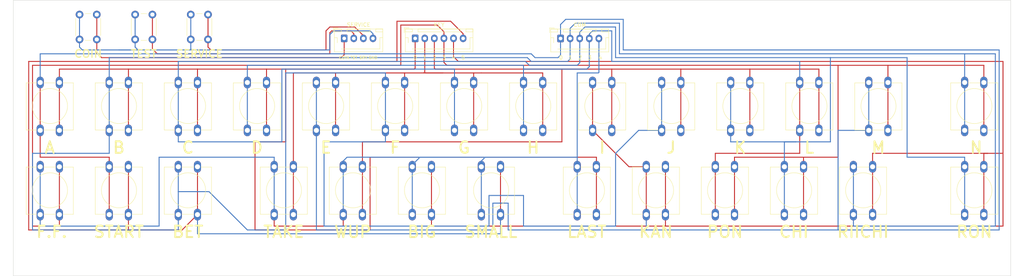
<source format=kicad_pcb>
(kicad_pcb (version 20211014) (generator pcbnew)
  (layers (0 "F.Cu" signal) (31 "B.Cu" signal) (34 "B.Paste" user) (35 "F.Paste" user) (36 "B.SilkS" user "B.Silkscreen") (37 "F.SilkS" user "F.Silkscreen") (38 "B.Mask" user) (39 "F.Mask" user) (44 "Edge.Cuts" user))
  (net 0 "")
  (net 1 "Coin")
  (net 2 "Test")
  (net 3 "GND")
  (net 4 "KEY5-1")
  (net 5 "KEY4-11")
  (net 6 "KEY3-9")
  (net 7 "KEY2-8")
  (net 8 "KEY1-5")
  (net 9 "KEY0-4")
  (net 10 "COM4-7")
  (net 11 "COM3-10")
  (net 12 "COM2-6")
  (net 13 "COM1-2")
  (net 14 "COM0-3")
  (net 15 "Service")
  (footprint "Button_Switch_THT:SW_PUSH-12mm" (layer "F.Cu") (at 153 55 90)
    (fp_text reference "H" (at -4.5 2.5 180) (layer "F.SilkS") (effects (font (size 3 3) (thickness 0.5))))
    (fp_text value "SW_H")
    (pad "1" thru_hole oval (at 12.5 0 90) (size 3.048 1.85) (drill 1.3) (layers *.Cu *.Mask) (net 11 "COM3-10"))
    (pad "1" thru_hole oval (at 0 0 90) (size 3.048 1.85) (drill 1.3) (layers *.Cu *.Mask) (net 11 "COM3-10"))
    (pad "2" thru_hole oval (at 0 5 90) (size 3.048 1.85) (drill 1.3) (layers *.Cu *.Mask) (net 8 "KEY1-5"))
    (pad "2" thru_hole oval (at 12.5 5 90) (size 3.048 1.85) (drill 1.3) (layers *.Cu *.Mask) (net 8 "KEY1-5"))
  )
  (footprint "MountingHole:MountingHole_3.2mm_M3" (layer "F.Cu") (at 26 87)
    (fp_text reference "REF**" hide)
    (fp_text value "MountingHole_3.2mm_M3")
    (pad "" np_thru_hole circle (at 0 0) (size 3.2 3.2) (drill 3.2) (layers *.Cu *.Mask))
  )
  (footprint "MountingHole:MountingHole_3.2mm_M3" (layer "F.Cu") (at 150 27)
    (fp_text reference "REF**" hide)
    (fp_text value "MountingHole_3.2mm_M3")
    (pad "" np_thru_hole circle (at 0 0) (size 3.2 3.2) (drill 3.2) (layers *.Cu *.Mask))
  )
  (footprint "Button_Switch_THT:SW_PUSH-12mm" (layer "F.Cu") (at 63 55 90)
    (fp_text reference "C" (at -4.5 2.5 180) (layer "F.SilkS") (effects (font (size 3 3) (thickness 0.5))))
    (fp_text value "SW_C")
    (pad "1" thru_hole oval (at 0 0 90) (size 3.048 1.85) (drill 1.3) (layers *.Cu *.Mask) (net 12 "COM2-6"))
    (pad "1" thru_hole oval (at 12.5 0 90) (size 3.048 1.85) (drill 1.3) (layers *.Cu *.Mask) (net 12 "COM2-6"))
    (pad "2" thru_hole oval (at 12.5 5 90) (size 3.048 1.85) (drill 1.3) (layers *.Cu *.Mask) (net 9 "KEY0-4"))
    (pad "2" thru_hole oval (at 0 5 90) (size 3.048 1.85) (drill 1.3) (layers *.Cu *.Mask) (net 9 "KEY0-4"))
  )
  (footprint "Button_Switch_THT:SW_PUSH-12mm" (layer "F.Cu") (at 171 55 90)
    (fp_text reference "I" (at -4.5 2.5 180) (layer "F.SilkS") (effects (font (size 3 3) (thickness 0.5))))
    (fp_text value "SW_I")
    (pad "1" thru_hole oval (at 0 0 90) (size 3.048 1.85) (drill 1.3) (layers *.Cu *.Mask) (net 14 "COM0-3"))
    (pad "1" thru_hole oval (at 12.5 0 90) (size 3.048 1.85) (drill 1.3) (layers *.Cu *.Mask) (net 14 "COM0-3"))
    (pad "2" thru_hole oval (at 0 5 90) (size 3.048 1.85) (drill 1.3) (layers *.Cu *.Mask) (net 7 "KEY2-8"))
    (pad "2" thru_hole oval (at 12.5 5 90) (size 3.048 1.85) (drill 1.3) (layers *.Cu *.Mask) (net 7 "KEY2-8"))
  )
  (footprint "Button_Switch_THT:SW_PUSH-12mm" (layer "F.Cu") (at 239 77 90)
    (fp_text reference "RIICHI" (at -4.5 2.5 180) (layer "F.SilkS") (effects (font (size 3 3) (thickness 0.5))))
    (fp_text value "SW_REACH")
    (pad "1" thru_hole oval (at 0 0 90) (size 3.048 1.85) (drill 1.3) (layers *.Cu *.Mask) (net 13 "COM1-2"))
    (pad "1" thru_hole oval (at 12.5 0 90) (size 3.048 1.85) (drill 1.3) (layers *.Cu *.Mask) (net 13 "COM1-2"))
    (pad "2" thru_hole oval (at 0 5 90) (size 3.048 1.85) (drill 1.3) (layers *.Cu *.Mask) (net 5 "KEY4-11"))
    (pad "2" thru_hole oval (at 12.5 5 90) (size 3.048 1.85) (drill 1.3) (layers *.Cu *.Mask) (net 5 "KEY4-11"))
  )
  (footprint "Button_Switch_THT:SW_PUSH-12mm" (layer "F.Cu") (at 268 77 90)
    (fp_text reference "RON" (at -4.5 2.5 180) (layer "F.SilkS") (effects (font (size 3 3) (thickness 0.5))))
    (fp_text value "SW_RON")
    (pad "1" thru_hole oval (at 12.5 0 90) (size 3.048 1.85) (drill 1.3) (layers *.Cu *.Mask) (net 12 "COM2-6"))
    (pad "1" thru_hole oval (at 0 0 90) (size 3.048 1.85) (drill 1.3) (layers *.Cu *.Mask) (net 12 "COM2-6"))
    (pad "2" thru_hole oval (at 0 5 90) (size 3.048 1.85) (drill 1.3) (layers *.Cu *.Mask) (net 5 "KEY4-11"))
    (pad "2" thru_hole oval (at 12.5 5 90) (size 3.048 1.85) (drill 1.3) (layers *.Cu *.Mask) (net 5 "KEY4-11"))
  )
  (footprint "Button_Switch_THT:SW_PUSH-12mm" (layer "F.Cu") (at 185 77 90)
    (fp_text reference "KAN" (at -4.5 2.5 180) (layer "F.SilkS") (effects (font (size 3 3) (thickness 0.5))))
    (fp_text value "SW_KAN")
    (pad "1" thru_hole oval (at 0 0 90) (size 3.048 1.85) (drill 1.3) (layers *.Cu *.Mask) (net 14 "COM0-3"))
    (pad "1" thru_hole oval (at 12.5 0 90) (size 3.048 1.85) (drill 1.3) (layers *.Cu *.Mask) (net 14 "COM0-3"))
    (pad "2" thru_hole oval (at 12.5 5 90) (size 3.048 1.85) (drill 1.3) (layers *.Cu *.Mask) (net 5 "KEY4-11"))
    (pad "2" thru_hole oval (at 0 5 90) (size 3.048 1.85) (drill 1.3) (layers *.Cu *.Mask) (net 5 "KEY4-11"))
  )
  (footprint "MountingHole:MountingHole_3.2mm_M3" (layer "F.Cu") (at 274 27)
    (fp_text reference "REF**" hide)
    (fp_text value "MountingHole_3.2mm_M3")
    (pad "" np_thru_hole circle (at 0 0) (size 3.2 3.2) (drill 3.2) (layers *.Cu *.Mask))
  )
  (footprint "MountingHole:MountingHole_3.2mm_M3" (layer "F.Cu") (at 88 87)
    (fp_text reference "REF**" hide)
    (fp_text value "MountingHole_3.2mm_M3")
    (pad "" np_thru_hole circle (at 0 0) (size 3.2 3.2) (drill 3.2) (layers *.Cu *.Mask))
  )
  (footprint "Button_Switch_THT:SW_PUSH-12mm" (layer "F.Cu") (at 167 77 90)
    (fp_text reference "LAST" (at -4.5 2.5 180) (layer "F.SilkS") (effects (font (size 3 3) (thickness 0.5))))
    (fp_text value "SW_LAST")
    (pad "1" thru_hole oval (at 12.5 0 90) (size 3.048 1.85) (drill 1.3) (layers *.Cu *.Mask) (net 10 "COM4-7"))
    (pad "1" thru_hole oval (at 0 0 90) (size 3.048 1.85) (drill 1.3) (layers *.Cu *.Mask) (net 10 "COM4-7"))
    (pad "2" thru_hole oval (at 12.5 5 90) (size 3.048 1.85) (drill 1.3) (layers *.Cu *.Mask) (net 9 "KEY0-4"))
    (pad "2" thru_hole oval (at 0 5 90) (size 3.048 1.85) (drill 1.3) (layers *.Cu *.Mask) (net 9 "KEY0-4"))
  )
  (footprint "Button_Switch_THT:SW_PUSH-12mm" (layer "F.Cu") (at 81 55 90)
    (fp_text reference "D" (at -4.5 2.5 180) (layer "F.SilkS") (effects (font (size 3 3) (thickness 0.5))))
    (fp_text value "SW_D")
    (pad "1" thru_hole oval (at 0 0 90) (size 3.048 1.85) (drill 1.3) (layers *.Cu *.Mask) (net 11 "COM3-10"))
    (pad "1" thru_hole oval (at 12.5 0 90) (size 3.048 1.85) (drill 1.3) (layers *.Cu *.Mask) (net 11 "COM3-10"))
    (pad "2" thru_hole oval (at 0 5 90) (size 3.048 1.85) (drill 1.3) (layers *.Cu *.Mask) (net 9 "KEY0-4"))
    (pad "2" thru_hole oval (at 12.5 5 90) (size 3.048 1.85) (drill 1.3) (layers *.Cu *.Mask) (net 9 "KEY0-4"))
  )
  (footprint "Button_Switch_THT:SW_PUSH_6mm_H7.3mm" (layer "F.Cu") (at 51.75 31.25 90)
    (fp_text reference "TEST" (at -3.75 2.25 180) (layer "F.SilkS") (effects (font (size 2 2) (thickness 0.33))))
    (fp_text value "SW_TEST")
    (pad "1" thru_hole circle (at 0 0 180) (size 2 2) (drill 1.1) (layers *.Cu *.Mask) (net 3 "GND"))
    (pad "1" thru_hole circle (at 6.5 0 180) (size 2 2) (drill 1.1) (layers *.Cu *.Mask) (net 3 "GND"))
    (pad "2" thru_hole circle (at 6.5 4.5 180) (size 2 2) (drill 1.1) (layers *.Cu *.Mask) (net 2 "Test"))
    (pad "2" thru_hole circle (at 0 4.5 180) (size 2 2) (drill 1.1) (layers *.Cu *.Mask) (net 2 "Test"))
  )
  (footprint "Button_Switch_THT:SW_PUSH-12mm" (layer "F.Cu") (at 207 55 90)
    (fp_text reference "K" (at -4.5 2.5 180) (layer "F.SilkS") (effects (font (size 3 3) (thickness 0.5))))
    (fp_text value "SW_K")
    (pad "1" thru_hole oval (at 0 0 90) (size 3.048 1.85) (drill 1.3) (layers *.Cu *.Mask) (net 12 "COM2-6"))
    (pad "1" thru_hole oval (at 12.5 0 90) (size 3.048 1.85) (drill 1.3) (layers *.Cu *.Mask) (net 12 "COM2-6"))
    (pad "2" thru_hole oval (at 0 5 90) (size 3.048 1.85) (drill 1.3) (layers *.Cu *.Mask) (net 7 "KEY2-8"))
    (pad "2" thru_hole oval (at 12.5 5 90) (size 3.048 1.85) (drill 1.3) (layers *.Cu *.Mask) (net 7 "KEY2-8"))
  )
  (footprint "Button_Switch_THT:SW_PUSH-12mm" (layer "F.Cu") (at 203 77 90)
    (fp_text reference "PON" (at -4.5 2.5 180) (layer "F.SilkS") (effects (font (size 3 3) (thickness 0.5))))
    (fp_text value "SW_PON")
    (pad "1" thru_hole oval (at 0 0 90) (size 3.048 1.85) (drill 1.3) (layers *.Cu *.Mask) (net 11 "COM3-10"))
    (pad "1" thru_hole oval (at 12.5 0 90) (size 3.048 1.85) (drill 1.3) (layers *.Cu *.Mask) (net 11 "COM3-10"))
    (pad "2" thru_hole oval (at 0 5 90) (size 3.048 1.85) (drill 1.3) (layers *.Cu *.Mask) (net 6 "KEY3-9"))
    (pad "2" thru_hole oval (at 12.5 5 90) (size 3.048 1.85) (drill 1.3) (layers *.Cu *.Mask) (net 6 "KEY3-9"))
  )
  (footprint "Button_Switch_THT:SW_PUSH-12mm" (layer "F.Cu") (at 124 77 90)
    (fp_text reference "BIG" (at -4.5 2.5 180) (layer "F.SilkS") (effects (font (size 3 3) (thickness 0.5))))
    (fp_text value "SW_BIG")
    (pad "1" thru_hole oval (at 12.5 0 90) (size 3.048 1.85) (drill 1.3) (layers *.Cu *.Mask) (net 10 "COM4-7"))
    (pad "1" thru_hole oval (at 0 0 90) (size 3.048 1.85) (drill 1.3) (layers *.Cu *.Mask) (net 10 "COM4-7"))
    (pad "2" thru_hole oval (at 0 5 90) (size 3.048 1.85) (drill 1.3) (layers *.Cu *.Mask) (net 5 "KEY4-11"))
    (pad "2" thru_hole oval (at 12.5 5 90) (size 3.048 1.85) (drill 1.3) (layers *.Cu *.Mask) (net 5 "KEY4-11"))
  )
  (footprint "Button_Switch_THT:SW_PUSH-12mm" (layer "F.Cu") (at 268 55 90)
    (fp_text reference "N" (at -4.5 3 180) (layer "F.SilkS") (effects (font (size 3 3) (thickness 0.5))))
    (fp_text value "SW_N")
    (pad "1" thru_hole oval (at 12.5 0 90) (size 3.048 1.85) (drill 1.3) (layers *.Cu *.Mask) (net 13 "COM1-2"))
    (pad "1" thru_hole oval (at 0 0 90) (size 3.048 1.85) (drill 1.3) (layers *.Cu *.Mask) (net 13 "COM1-2"))
    (pad "2" thru_hole oval (at 12.5 5 90) (size 3.048 1.85) (drill 1.3) (layers *.Cu *.Mask) (net 6 "KEY3-9"))
    (pad "2" thru_hole oval (at 0 5 90) (size 3.048 1.85) (drill 1.3) (layers *.Cu *.Mask) (net 6 "KEY3-9"))
  )
  (footprint "Button_Switch_THT:SW_PUSH-12mm" (layer "F.Cu") (at 117 55 90)
    (fp_text reference "F" (at -4.5 2.5 180) (layer "F.SilkS") (effects (font (size 3 3) (thickness 0.5))))
    (fp_text value "SW_F")
    (pad "1" thru_hole oval (at 12.5 0 90) (size 3.048 1.85) (drill 1.3) (layers *.Cu *.Mask) (net 13 "COM1-2"))
    (pad "1" thru_hole oval (at 0 0 90) (size 3.048 1.85) (drill 1.3) (layers *.Cu *.Mask) (net 13 "COM1-2"))
    (pad "2" thru_hole oval (at 0 5 90) (size 3.048 1.85) (drill 1.3) (layers *.Cu *.Mask) (net 8 "KEY1-5"))
    (pad "2" thru_hole oval (at 12.5 5 90) (size 3.048 1.85) (drill 1.3) (layers *.Cu *.Mask) (net 8 "KEY1-5"))
  )
  (footprint "Button_Switch_THT:SW_PUSH-12mm" (layer "F.Cu") (at 88 77 90)
    (fp_text reference "TAKE" (at -4.5 2.5 180) (layer "F.SilkS") (effects (font (size 3 3) (thickness 0.5))))
    (fp_text value "SW_TAKE")
    (pad "1" thru_hole oval (at 12.5 0 90) (size 3.048 1.85) (drill 1.3) (layers *.Cu *.Mask) (net 10 "COM4-7"))
    (pad "1" thru_hole oval (at 0 0 90) (size 3.048 1.85) (drill 1.3) (layers *.Cu *.Mask) (net 10 "COM4-7"))
    (pad "2" thru_hole oval (at 0 5 90) (size 3.048 1.85) (drill 1.3) (layers *.Cu *.Mask) (net 8 "KEY1-5"))
    (pad "2" thru_hole oval (at 12.5 5 90) (size 3.048 1.85) (drill 1.3) (layers *.Cu *.Mask) (net 8 "KEY1-5"))
  )
  (footprint "Connector_JST:JST_XH_B4B-XH-AM_1x04_P2.50mm_Vertical" (layer "F.Cu") (at 106.25 30.975)
    (fp_text reference "SERVICE" (at 3.75 -3.55) (layer "F.SilkS"))
    (fp_text value "Conn_01x04")
    (pad "" np_thru_hole circle (at -1.6 2) (size 1.2 1.2) (drill 1.2) (layers *.Cu *.Mask))
    (pad "1" thru_hole roundrect (at 0 0) (size 1.7 1.95) (drill 0.95) (layers *.Cu *.Mask) (roundrect_rratio 0.147059) (net 1 "Coin"))
    (pad "2" thru_hole oval (at 2.5 0) (size 1.7 1.95) (drill 0.95) (layers *.Cu *.Mask) (net 2 "Test"))
    (pad "3" thru_hole oval (at 5 0) (size 1.7 1.95) (drill 0.95) (layers *.Cu *.Mask) (net 15 "Service"))
    (pad "4" thru_hole oval (at 7.5 0) (size 1.7 1.95) (drill 0.95) (layers *.Cu *.Mask) (net 3 "GND"))
  )
  (footprint "Button_Switch_THT:SW_PUSH-12mm" (layer "F.Cu") (at 135 55 90)
    (fp_text reference "G" (at -4.5 2.5 180) (layer "F.SilkS") (effects (font (size 3 3) (thickness 0.5))))
    (fp_text value "SW_G")
    (pad "1" thru_hole oval (at 12.5 0 90) (size 3.048 1.85) (drill 1.3) (layers *.Cu *.Mask) (net 12 "COM2-6"))
    (pad "1" thru_hole oval (at 0 0 90) (size 3.048 1.85) (drill 1.3) (layers *.Cu *.Mask) (net 12 "COM2-6"))
    (pad "2" thru_hole oval (at 0 5 90) (size 3.048 1.85) (drill 1.3) (layers *.Cu *.Mask) (net 8 "KEY1-5"))
    (pad "2" thru_hole oval (at 12.5 5 90) (size 3.048 1.85) (drill 1.3) (layers *.Cu *.Mask) (net 8 "KEY1-5"))
  )
  (footprint "MountingHole:MountingHole_3.2mm_M3" (layer "F.Cu") (at 88 27)
    (fp_text reference "REF**" hide)
    (fp_text value "MountingHole_3.2mm_M3")
    (pad "" np_thru_hole circle (at 0 0) (size 3.2 3.2) (drill 3.2) (layers *.Cu *.Mask))
  )
  (footprint "Button_Switch_THT:SW_PUSH-12mm" (layer "F.Cu") (at 63 77 90)
    (fp_text reference "BET" (at -4.5 2.5 180) (layer "F.SilkS") (effects (font (size 3 3) (thickness 0.5))))
    (fp_text value "SW_BET")
    (pad "1" thru_hole oval (at 12.5 0 90) (size 3.048 1.85) (drill 1.3) (layers *.Cu *.Mask) (net 13 "COM1-2"))
    (pad "1" thru_hole oval (at 0 0 90) (size 3.048 1.85) (drill 1.3) (layers *.Cu *.Mask) (net 13 "COM1-2"))
    (pad "2" thru_hole oval (at 12.5 5 90) (size 3.048 1.85) (drill 1.3) (layers *.Cu *.Mask) (net 4 "KEY5-1"))
    (pad "2" thru_hole oval (at 0 5 90) (size 3.048 1.85) (drill 1.3) (layers *.Cu *.Mask) (net 4 "KEY5-1"))
  )
  (footprint "MountingHole:MountingHole_3.2mm_M3" (layer "F.Cu") (at 212 27)
    (fp_text reference "REF**" hide)
    (fp_text value "MountingHole_3.2mm_M3")
    (pad "" np_thru_hole circle (at 0 0) (size 3.2 3.2) (drill 3.2) (layers *.Cu *.Mask))
  )
  (footprint "MountingHole:MountingHole_3.2mm_M3" (layer "F.Cu") (at 274 87)
    (fp_text reference "REF**" hide)
    (fp_text value "MountingHole_3.2mm_M3")
    (pad "" np_thru_hole circle (at 0 0) (size 3.2 3.2) (drill 3.2) (layers *.Cu *.Mask))
  )
  (footprint "Connector_JST:JST_XH_B6B-XH-AM_1x06_P2.50mm_Vertical" (layer "F.Cu") (at 124.75 30.975)
    (fp_text reference "KEY" (at 6.25 -3.55) (layer "F.SilkS"))
    (fp_text value "Conn_01x06")
    (pad "" np_thru_hole circle (at -1.6 2) (size 1.2 1.2) (drill 1.2) (layers *.Cu *.Mask))
    (pad "1" thru_hole roundrect (at 0 0) (size 1.7 1.95) (drill 0.95) (layers *.Cu *.Mask) (roundrect_rratio 0.147059) (net 9 "KEY0-4"))
    (pad "2" thru_hole oval (at 2.5 0) (size 1.7 1.95) (drill 0.95) (layers *.Cu *.Mask) (net 8 "KEY1-5"))
    (pad "3" thru_hole oval (at 5 0) (size 1.7 1.95) (drill 0.95) (layers *.Cu *.Mask) (net 7 "KEY2-8"))
    (pad "4" thru_hole oval (at 7.5 0) (size 1.7 1.95) (drill 0.95) (layers *.Cu *.Mask) (net 6 "KEY3-9"))
    (pad "5" thru_hole oval (at 10 0) (size 1.7 1.95) (drill 0.95) (layers *.Cu *.Mask) (net 5 "KEY4-11"))
    (pad "6" thru_hole oval (at 12.5 0) (size 1.7 1.95) (drill 0.95) (layers *.Cu *.Mask) (net 4 "KEY5-1"))
  )
  (footprint "Button_Switch_THT:SW_PUSH-12mm" (layer "F.Cu") (at 27 77 90)
    (fp_text reference "F.F." (at -4.5 3 180) (layer "F.SilkS") (effects (font (size 3 3) (thickness 0.5))))
    (fp_text value "SW_F.F.")
    (pad "1" thru_hole oval (at 12.5 0 90) (size 3.048 1.85) (drill 1.3) (layers *.Cu *.Mask) (net 10 "COM4-7"))
    (pad "1" thru_hole oval (at 0 0 90) (size 3.048 1.85) (drill 1.3) (layers *.Cu *.Mask) (net 10 "COM4-7"))
    (pad "2" thru_hole oval (at 12.5 5 90) (size 3.048 1.85) (drill 1.3) (layers *.Cu *.Mask) (net 6 "KEY3-9"))
    (pad "2" thru_hole oval (at 0 5 90) (size 3.048 1.85) (drill 1.3) (layers *.Cu *.Mask) (net 6 "KEY3-9"))
  )
  (footprint "MountingHole:MountingHole_3.2mm_M3" (layer "F.Cu") (at 150 87)
    (fp_text reference "REF**" hide)
    (fp_text value "MountingHole_3.2mm_M3")
    (pad "" np_thru_hole circle (at 0 0) (size 3.2 3.2) (drill 3.2) (layers *.Cu *.Mask))
  )
  (footprint "Button_Switch_THT:SW_PUSH-12mm" (layer "F.Cu") (at 106 77 90)
    (fp_text reference "WUP" (at -4.5 2.5 180) (layer "F.SilkS") (effects (font (size 3 3) (thickness 0.5))))
    (fp_text value "SW_WUP")
    (pad "1" thru_hole oval (at 0 0 90) (size 3.048 1.85) (drill 1.3) (layers *.Cu *.Mask) (net 10 "COM4-7"))
    (pad "1" thru_hole oval (at 12.5 0 90) (size 3.048 1.85) (drill 1.3) (layers *.Cu *.Mask) (net 10 "COM4-7"))
    (pad "2" thru_hole oval (at 0 5 90) (size 3.048 1.85) (drill 1.3) (layers *.Cu *.Mask) (net 7 "KEY2-8"))
    (pad "2" thru_hole oval (at 12.5 5 90) (size 3.048 1.85) (drill 1.3) (layers *.Cu *.Mask) (net 7 "KEY2-8"))
  )
  (footprint "Button_Switch_THT:SW_PUSH-12mm" (layer "F.Cu") (at 45 77 90)
    (fp_text reference "START" (at -4.5 2.5 180) (layer "F.SilkS") (effects (font (size 3 3) (thickness 0.5))))
    (fp_text value "SW_START")
    (pad "1" thru_hole oval (at 0 0 90) (size 3.048 1.85) (drill 1.3) (layers *.Cu *.Mask) (net 14 "COM0-3"))
    (pad "1" thru_hole oval (at 12.5 0 90) (size 3.048 1.85) (drill 1.3) (layers *.Cu *.Mask) (net 14 "COM0-3"))
    (pad "2" thru_hole oval (at 12.5 5 90) (size 3.048 1.85) (drill 1.3) (layers *.Cu *.Mask) (net 4 "KEY5-1"))
    (pad "2" thru_hole oval (at 0 5 90) (size 3.048 1.85) (drill 1.3) (layers *.Cu *.Mask) (net 4 "KEY5-1"))
  )
  (footprint "Button_Switch_THT:SW_PUSH-12mm" (layer "F.Cu") (at 243 55 90)
    (fp_text reference "M" (at -4.5 2.5 180) (layer "F.SilkS") (effects (font (size 3 3) (thickness 0.5))))
    (fp_text value "SW_M")
    (pad "1" thru_hole oval (at 0 0 90) (size 3.048 1.85) (drill 1.3) (layers *.Cu *.Mask) (net 14 "COM0-3"))
    (pad "1" thru_hole oval (at 12.5 0 90) (size 3.048 1.85) (drill 1.3) (layers *.Cu *.Mask) (net 14 "COM0-3"))
    (pad "2" thru_hole oval (at 12.5 5 90) (size 3.048 1.85) (drill 1.3) (layers *.Cu *.Mask) (net 6 "KEY3-9"))
    (pad "2" thru_hole oval (at 0 5 90) (size 3.048 1.85) (drill 1.3) (layers *.Cu *.Mask) (net 6 "KEY3-9"))
  )
  (footprint "MountingHole:MountingHole_3.2mm_M3" (layer "F.Cu") (at 26 27)
    (fp_text reference "REF**" hide)
    (fp_text value "MountingHole_3.2mm_M3")
    (pad "" np_thru_hole circle (at 0 0) (size 3.2 3.2) (drill 3.2) (layers *.Cu *.Mask))
  )
  (footprint "Button_Switch_THT:SW_PUSH_6mm_H7.3mm" (layer "F.Cu") (at 37.25 31.25 90)
    (fp_text reference "COIN" (at -3.75 2.25) (layer "F.SilkS") (effects (font (size 2 2) (thickness 0.33))))
    (fp_text value "SW_COIN")
    (pad "1" thru_hole circle (at 0 0 180) (size 2 2) (drill 1.1) (layers *.Cu *.Mask) (net 3 "GND"))
    (pad "1" thru_hole circle (at 6.5 0 180) (size 2 2) (drill 1.1) (layers *.Cu *.Mask) (net 3 "GND"))
    (pad "2" thru_hole circle (at 6.5 4.5 180) (size 2 2) (drill 1.1) (layers *.Cu *.Mask) (net 1 "Coin"))
    (pad "2" thru_hole circle (at 0 4.5 180) (size 2 2) (drill 1.1) (layers *.Cu *.Mask) (net 1 "Coin"))
  )
  (footprint "Button_Switch_THT:SW_PUSH-12mm" (layer "F.Cu") (at 225 55 90)
    (fp_text reference "L" (at -4.5 2.5 180) (layer "F.SilkS") (effects (font (size 3 3) (thickness 0.5))))
    (fp_text value "SW_L")
    (pad "1" thru_hole oval (at 12.5 0 90) (size 3.048 1.85) (drill 1.3) (layers *.Cu *.Mask) (net 11 "COM3-10"))
    (pad "1" thru_hole oval (at 0 0 90) (size 3.048 1.85) (drill 1.3) (layers *.Cu *.Mask) (net 11 "COM3-10"))
    (pad "2" thru_hole oval (at 12.5 5 90) (size 3.048 1.85) (drill 1.3) (layers *.Cu *.Mask) (net 7 "KEY2-8"))
    (pad "2" thru_hole oval (at 0 5 90) (size 3.048 1.85) (drill 1.3) (layers *.Cu *.Mask) (net 7 "KEY2-8"))
  )
  (footprint "Button_Switch_THT:SW_PUSH-12mm" (layer "F.Cu") (at 221 77 90)
    (fp_text reference "CHI" (at -4.5 2.5 180) (layer "F.SilkS") (effects (font (size 3 3) (thickness 0.5))))
    (fp_text value "SW_CHI")
    (pad "1" thru_hole oval (at 0 0 90) (size 3.048 1.85) (drill 1.3) (layers *.Cu *.Mask) (net 12 "COM2-6"))
    (pad "1" thru_hole oval (at 12.5 0 90) (size 3.048 1.85) (drill 1.3) (layers *.Cu *.Mask) (net 12 "COM2-6"))
    (pad "2" thru_hole oval (at 12.5 5 90) (size 3.048 1.85) (drill 1.3) (layers *.Cu *.Mask) (net 6 "KEY3-9"))
    (pad "2" thru_hole oval (at 0 5 90) (size 3.048 1.85) (drill 1.3) (layers *.Cu *.Mask) (net 6 "KEY3-9"))
  )
  (footprint "Button_Switch_THT:SW_PUSH_6mm_H7.3mm" (layer "F.Cu") (at 66.25 31.25 90)
    (fp_text reference "SERVICE" (at -3.75 2.25 180) (layer "F.SilkS") (effects (font (size 2 2) (thickness 0.33))))
    (fp_text value "SW_SERVICE")
    (pad "1" thru_hole circle (at 0 0 180) (size 2 2) (drill 1.1) (layers *.Cu *.Mask) (net 3 "GND"))
    (pad "1" thru_hole circle (at 6.5 0 180) (size 2 2) (drill 1.1) (layers *.Cu *.Mask) (net 3 "GND"))
    (pad "2" thru_hole circle (at 6.5 4.5 180) (size 2 2) (drill 1.1) (layers *.Cu *.Mask) (net 15 "Service"))
    (pad "2" thru_hole circle (at 0 4.5 180) (size 2 2) (drill 1.1) (layers *.Cu *.Mask) (net 15 "Service"))
  )
  (footprint "Button_Switch_THT:SW_PUSH-12mm" (layer "F.Cu") (at 45 55 90)
    (fp_text reference "B" (at -4.5 2.5 180) (layer "F.SilkS") (effects (font (size 3 3) (thickness 0.5))))
    (fp_text value "SW_B")
    (pad "1" thru_hole oval (at 12.5 0 90) (size 3.048 1.85) (drill 1.3) (layers *.Cu *.Mask) (net 13 "COM1-2"))
    (pad "1" thru_hole oval (at 0 0 90) (size 3.048 1.85) (drill 1.3) (layers *.Cu *.Mask) (net 13 "COM1-2"))
    (pad "2" thru_hole oval (at 12.5 5 90) (size 3.048 1.85) (drill 1.3) (layers *.Cu *.Mask) (net 9 "KEY0-4"))
    (pad "2" thru_hole oval (at 0 5 90) (size 3.048 1.85) (drill 1.3) (layers *.Cu *.Mask) (net 9 "KEY0-4"))
  )
  (footprint "Button_Switch_THT:SW_PUSH-12mm" (layer "F.Cu") (at 27 55 90)
    (fp_text reference "A" (at -4.5 2.5 180) (layer "F.SilkS") (effects (font (size 3 3) (thickness 0.5))))
    (fp_text value "SW_A")
    (pad "1" thru_hole oval (at 0 0 90) (size 3.048 1.85) (drill 1.3) (layers *.Cu *.Mask) (net 14 "COM0-3"))
    (pad "1" thru_hole oval (at 12.5 0 90) (size 3.048 1.85) (drill 1.3) (layers *.Cu *.Mask) (net 14 "COM0-3"))
    (pad "2" thru_hole oval (at 0 5 90) (size 3.048 1.85) (drill 1.3) (layers *.Cu *.Mask) (net 9 "KEY0-4"))
    (pad "2" thru_hole oval (at 12.5 5 90) (size 3.048 1.85) (drill 1.3) (layers *.Cu *.Mask) (net 9 "KEY0-4"))
  )
  (footprint "Connector_JST:JST_XH_B5B-XH-AM_1x05_P2.50mm_Vertical" (layer "F.Cu") (at 162.65 31)
    (fp_text reference "COM" (at 5 -3.55) (layer "F.SilkS"))
    (fp_text value "Conn_01x05")
    (pad "" np_thru_hole circle (at -1.6 2) (size 1.2 1.2) (drill 1.2) (layers *.Cu *.Mask))
    (pad "1" thru_hole roundrect (at 0 0) (size 1.7 1.95) (drill 0.95) (layers *.Cu *.Mask) (roundrect_rratio 0.147059) (net 14 "COM0-3"))
    (pad "2" thru_hole oval (at 2.5 0) (size 1.7 1.95) (drill 0.95) (layers *.Cu *.Mask) (net 13 "COM1-2"))
    (pad "3" thru_hole oval (at 5 0) (size 1.7 1.95) (drill 0.95) (layers *.Cu *.Mask) (net 12 "COM2-6"))
    (pad "4" thru_hole oval (at 7.5 0) (size 1.7 1.95) (drill 0.95) (layers *.Cu *.Mask) (net 11 "COM3-10"))
    (pad "5" thru_hole oval (at 10 0) (size 1.7 1.95) (drill 0.95) (layers *.Cu *.Mask) (net 10 "COM4-7"))
  )
  (footprint "Button_Switch_THT:SW_PUSH-12mm" (layer "F.Cu") (at 99 55 90)
    (fp_text reference "E" (at -4.5 2.5 180) (layer "F.SilkS") (effects (font (size 3 3) (thickness 0.5))))
    (fp_text value "SW_E")
    (pad "1" thru_hole oval (at 0 0 90) (size 3.048 1.85) (drill 1.3) (layers *.Cu *.Mask) (net 14 "COM0-3"))
    (pad "1" thru_hole oval (at 12.5 0 90) (size 3.048 1.85) (drill 1.3) (layers *.Cu *.Mask) (net 14 "COM0-3"))
    (pad "2" thru_hole oval (at 0 5 90) (size 3.048 1.85) (drill 1.3) (layers *.Cu *.Mask) (net 8 "KEY1-5"))
    (pad "2" thru_hole oval (at 12.5 5 90) (size 3.048 1.85) (drill 1.3) (layers *.Cu *.Mask) (net 8 "KEY1-5"))
  )
  (footprint "Button_Switch_THT:SW_PUSH-12mm" (layer "F.Cu") (at 142 77 90)
    (fp_text reference "SMALL" (at -4.5 2.5 180) (layer "F.SilkS") (effects (font (size 3 3) (thickness 0.5))))
    (fp_text value "SW_SMALL")
    (pad "1" thru_hole oval (at 12.5 0 90) (size 3.048 1.85) (drill 1.3) (layers *.Cu *.Mask) (net 10 "COM4-7"))
    (pad "1" thru_hole oval (at 0 0 90) (size 3.048 1.85) (drill 1.3) (layers *.Cu *.Mask) (net 10 "COM4-7"))
    (pad "2" thru_hole oval (at 12.5 5 90) (size 3.048 1.85) (drill 1.3) (layers *.Cu *.Mask) (net 4 "KEY5-1"))
    (pad "2" thru_hole oval (at 0 5 90) (size 3.048 1.85) (drill 1.3) (layers *.Cu *.Mask) (net 4 "KEY5-1"))
  )
  (footprint "MountingHole:MountingHole_3.2mm_M3" (layer "F.Cu") (at 212 87)
    (fp_text reference "REF**" hide)
    (fp_text value "MountingHole_3.2mm_M3")
    (pad "" np_thru_hole circle (at 0 0) (size 3.2 3.2) (drill 3.2) (layers *.Cu *.Mask))
  )
  (footprint "Button_Switch_THT:SW_PUSH-12mm" (layer "F.Cu") (at 189 55 90)
    (fp_text reference "J" (at -4.5 2.5 180) (layer "F.SilkS") (effects (font (size 3 3) (thickness 0.5))))
    (fp_text value "SW_J")
    (pad "1" thru_hole oval (at 12.5 0 90) (size 3.048 1.85) (drill 1.3) (layers *.Cu *.Mask) (net 13 "COM1-2"))
    (pad "1" thru_hole oval (at 0 0 90) (size 3.048 1.85) (drill 1.3) (layers *.Cu *.Mask) (net 13 "COM1-2"))
    (pad "2" thru_hole oval (at 12.5 5 90) (size 3.048 1.85) (drill 1.3) (layers *.Cu *.Mask) (net 7 "KEY2-8"))
    (pad "2" thru_hole oval (at 0 5 90) (size 3.048 1.85) (drill 1.3) (layers *.Cu *.Mask) (net 7 "KEY2-8"))
  )
  (gr_rect (start 20 21) (end 280 93) (layer "Edge.Cuts") (width 0.1) (fill none))
  (gr_text "SRV" (at 111.25 36) (layer "F.SilkS") (effects (font (size 0.75 0.75))))
  (gr_text "4" (at 134.75 36) (layer "F.SilkS") (effects (font (size 1 1))))
  (gr_text "1" (at 127.25 36) (layer "F.SilkS") (effects (font (size 1 1))))
  (gr_text "1" (at 165.25 36) (layer "F.SilkS") (effects (font (size 1 1))))
  (gr_text "2" (at 167.75 36) (layer "F.SilkS") (effects (font (size 1 1))))
  (gr_text "5" (at 137.25 36) (layer "F.SilkS") (effects (font (size 1 1))))
  (gr_text "GND" (at 113.75 36) (layer "F.SilkS") (effects (font (size 0.75 0.75))))
  (gr_text "3" (at 170.25 36) (layer "F.SilkS") (effects (font (size 1 1))))
  (gr_text "3" (at 132.25 36) (layer "F.SilkS") (effects (font (size 1 1))))
  (gr_text "TST" (at 108.75 36) (layer "F.SilkS") (effects (font (size 0.75 0.75))))
  (gr_text "0" (at 162.75 36) (layer "F.SilkS") (effects (font (size 1 1))))
  (gr_text "0" (at 124.75 36) (layer "F.SilkS") (effects (font (size 1 1))))
  (gr_text "4" (at 173 36) (layer "F.SilkS") (effects (font (size 1 1))))
  (gr_text "COIN" (at 106.25 36) (layer "F.SilkS") (effects (font (size 0.75 0.75))))
  (gr_text "2" (at 129.75 36) (layer "F.SilkS") (effects (font (size 1 1))))
  (segment (start 43 36) (end 41.75 34.75) (width 0.25) (layer "F.Cu") (net 1))
  (segment (start 41.75 34.75) (end 41.75 31.25) (width 0.25) (layer "F.Cu") (net 1))
  (segment (start 105.5 36) (end 43 36) (width 0.25) (layer "F.Cu") (net 1))
  (segment (start 106.25 35.25) (end 105.5 36) (width 0.25) (layer "F.Cu") (net 1))
  (segment (start 41.75 31.25) (end 41.75 24.75) (width 0.25) (layer "F.Cu") (net 1))
  (segment (start 106.25 30.975) (end 106.25 35.25) (width 0.25) (layer "F.Cu") (net 1))
  (segment (start 102.5 35) (end 57.5 35) (width 0.25) (layer "F.Cu") (net 2))
  (segment (start 57.5 35) (end 56.25 33.75) (width 0.25) (layer "F.Cu") (net 2))
  (segment (start 108.75 30.975) (end 108.75 29.75) (width 0.25) (layer "F.Cu") (net 2))
  (segment (start 56.25 31.25) (end 56.25 24.75) (width 0.25) (layer "F.Cu") (net 2))
  (segment (start 103 29) (end 102.5 29.5) (width 0.25) (layer "F.Cu") (net 2))
  (segment (start 102.5 29.5) (end 102.5 35) (width 0.25) (layer "F.Cu") (net 2))
  (segment (start 56.25 33.75) (end 56.25 31.25) (width 0.25) (layer "F.Cu") (net 2))
  (segment (start 108 29) (end 103 29) (width 0.25) (layer "F.Cu") (net 2))
  (segment (start 108.75 29.75) (end 108 29) (width 0.25) (layer "F.Cu") (net 2))
  (segment (start 113 29) (end 103.5 29) (width 0.25) (layer "B.Cu") (net 3))
  (segment (start 37.25 33.25) (end 37.25 32) (width 0.25) (layer "B.Cu") (net 3))
  (segment (start 66.25 33.75) (end 66.5 34) (width 0.25) (layer "B.Cu") (net 3))
  (segment (start 51.75 33.25) (end 51.75 31.25) (width 0.25) (layer "B.Cu") (net 3))
  (segment (start 102.5 30) (end 102.5 34) (width 0.25) (layer "B.Cu") (net 3))
  (segment (start 53 34) (end 47.5 34) (width 0.25) (layer "B.Cu") (net 3))
  (segment (start 102.5 34) (end 47.5 34) (width 0.25) (layer "B.Cu") (net 3))
  (segment (start 113.75 29.75) (end 113 29) (width 0.25) (layer "B.Cu") (net 3))
  (segment (start 52.5 34) (end 51.75 33.25) (width 0.25) (layer "B.Cu") (net 3))
  (segment (start 37.25 32) (end 37.25 25.5) (width 0.25) (layer "B.Cu") (net 3))
  (segment (start 47.5 34) (end 38 34) (width 0.25) (layer "B.Cu") (net 3))
  (segment (start 53 34) (end 52.5 34) (width 0.25) (layer "B.Cu") (net 3))
  (segment (start 113.75 30.975) (end 113.75 29.75) (width 0.25) (layer "B.Cu") (net 3))
  (segment (start 51.75 31.25) (end 51.75 24.75) (width 0.25) (layer "B.Cu") (net 3))
  (segment (start 103.5 29) (end 102.5 30) (width 0.25) (layer "B.Cu") (net 3))
  (segment (start 66.25 31.25) (end 66.25 33.75) (width 0.25) (layer "B.Cu") (net 3))
  (segment (start 38 34) (end 37.25 33.25) (width 0.25) (layer "B.Cu") (net 3))
  (segment (start 66.25 24.75) (end 66.25 31.25) (width 0.25) (layer "B.Cu") (net 3))
  (segment (start 68 64.5) (end 68 77) (width 0.25) (layer "F.Cu") (net 4))
  (segment (start 24 37) (end 120 37) (width 0.25) (layer "F.Cu") (net 4))
  (segment (start 50 64.5) (end 50 77) (width 0.25) (layer "F.Cu") (net 4))
  (segment (start 120 26.5) (end 134 26.5) (width 0.25) (layer "F.Cu") (net 4))
  (segment (start 64 81) (end 24 81) (width 0.25) (layer "F.Cu") (net 4))
  (segment (start 137.25 29.75) (end 137.25 30) (width 0.25) (layer "F.Cu") (net 4))
  (segment (start 24 81) (end 24 37) (width 0.25) (layer "F.Cu") (net 4))
  (segment (start 120 37) (end 120 26.5) (width 0.25) (layer "F.Cu") (net 4))
  (segment (start 134 26.5) (end 137.25 29.75) (width 0.25) (layer "F.Cu") (net 4))
  (segment (start 68 77) (end 64 81) (width 0.25) (layer "F.Cu") (net 4))
  (segment (start 147 64.5) (end 147 77) (width 0.25) (layer "F.Cu") (net 4))
  (segment (start 50 77) (end 50 81) (width 0.25) (layer "F.Cu") (net 4))
  (segment (start 147 77) (end 147 82) (width 0.25) (layer "B.Cu") (net 4))
  (segment (start 147 82) (end 68 82) (width 0.25) (layer "B.Cu") (net 4))
  (segment (start 68 82) (end 68 77) (width 0.25) (layer "B.Cu") (net 4))
  (segment (start 244 64.5) (end 244 61) (width 0.25) (layer "F.Cu") (net 5))
  (segment (start 273 77) (end 273 64.5) (width 0.25) (layer "F.Cu") (net 5))
  (segment (start 136 37) (end 134.75 35.75) (width 0.25) (layer "F.Cu") (net 5))
  (segment (start 191 80) (end 278 80) (width 0.25) (layer "F.Cu") (net 5))
  (segment (start 190 77) (end 190 80) (width 0.25) (layer "F.Cu") (net 5))
  (segment (start 273 61) (end 274 61) (width 0.25) (layer "F.Cu") (net 5))
  (segment (start 129 77) (end 129 80) (width 0.25) (layer "F.Cu") (net 5))
  (segment (start 244 61) (end 274 61) (width 0.25) (layer "F.Cu") (net 5))
  (segment (start 278 80) (end 278 61) (width 0.25) (layer "F.Cu") (net 5))
  (segment (start 278 37) (end 136 37) (width 0.25) (layer "F.Cu") (net 5))
  (segment (start 278 61) (end 278 37) (width 0.25) (layer "F.Cu") (net 5))
  (segment (start 190 77) (end 190 64.5) (width 0.25) (layer "F.Cu") (net 5))
  (segment (start 274 61) (end 278 61) (width 0.25) (layer "F.Cu") (net 5))
  (segment (start 244 77) (end 244 64.5) (width 0.25) (layer "F.Cu") (net 5))
  (segment (start 134.75 35.75) (end 134.75 30.975) (width 0.25) (layer "F.Cu") (net 5))
  (segment (start 129 80) (end 191 80) (width 0.25) (layer "F.Cu") (net 5))
  (segment (start 129 77) (end 129 64.5) (width 0.25) (layer "F.Cu") (net 5))
  (segment (start 273 64.5) (end 273 61) (width 0.25) (layer "F.Cu") (net 5))
  (segment (start 190 80) (end 191 80) (width 0.25) (layer "F.Cu") (net 5))
  (segment (start 208 77) (end 208 64.5) (width 0.25) (layer "F.Cu") (net 6))
  (segment (start 32 77) (end 32 64.5) (width 0.25) (layer "F.Cu") (net 6))
  (segment (start 130.5 27.5) (end 132.25 29.25) (width 0.25) (layer "F.Cu") (net 6))
  (segment (start 133 38) (end 132.25 37.25) (width 0.25) (layer "F.Cu") (net 6))
  (segment (start 226 62) (end 235 62) (width 0.25) (layer "F.Cu") (net 6))
  (segment (start 273 55) (end 273 42.5) (width 0.25) (layer "F.Cu") (net 6))
  (segment (start 25 38) (end 121 38) (width 0.25) (layer "F.Cu") (net 6))
  (segment (start 121 27.5) (end 130.5 27.5) (width 0.25) (layer "F.Cu") (net 6))
  (segment (start 208 64.5) (end 208 62) (width 0.25) (layer "F.Cu") (net 6))
  (segment (start 248 55) (end 248 42.5) (width 0.25) (layer "F.Cu") (net 6))
  (segment (start 248 38) (end 235 38) (width 0.25) (layer "F.Cu") (net 6))
  (segment (start 248 42.5) (end 248 38) (width 0.25) (layer "F.Cu") (net 6))
  (segment (start 208 62) (end 226 62) (width 0.25) (layer "F.Cu") (net 6))
  (segment (start 132.25 29.25) (end 132.25 30.975) (width 0.25) (layer "F.Cu") (net 6))
  (segment (start 25 80) (end 25 38) (width 0.25) (layer "F.Cu") (net 6))
  (segment (start 121 38) (end 121 27.5) (width 0.25) (layer "F.Cu") (net 6))
  (segment (start 273 38) (end 248 38) (width 0.25) (layer "F.Cu") (net 6))
  (segment (start 32 80) (end 25 80) (width 0.25) (layer "F.Cu") (net 6))
  (segment (start 235 62) (end 235 38) (width 0.25) (layer "F.Cu") (net 6))
  (segment (start 235 38) (end 133 38) (width 0.25) (layer "F.Cu") (net 6))
  (segment (start 273 42.5) (end 273 38) (width 0.25) (layer "F.Cu") (net 6))
  (segment (start 32 77) (end 32 80) (width 0.25) (layer "F.Cu") (net 6))
  (segment (start 226 64.5) (end 226 62) (width 0.25) (layer "F.Cu") (net 6))
  (segment (start 226 77) (end 226 64.5) (width 0.25) (layer "F.Cu") (net 6))
  (segment (start 132.25 37.25) (end 132.25 30.975) (width 0.25) (layer "F.Cu") (net 6))
  (segment (start 111 59) (end 111 58) (width 0.25) (layer "F.Cu") (net 7))
  (segment (start 194 55) (end 194 42.5) (width 0.25) (layer "F.Cu") (net 7))
  (segment (start 230 42.5) (end 230 39) (width 0.25) (layer "F.Cu") (net 7))
  (segment (start 212 55) (end 212 42.5) (width 0.25) (layer "F.Cu") (net 7))
  (segment (start 130 39) (end 129.75 38.75) (width 0.25) (layer "F.Cu") (net 7))
  (segment (start 212 39) (end 194 39) (width 0.25) (layer "F.Cu") (net 7))
  (segment (start 176 55) (end 176 42.5) (width 0.25) (layer "F.Cu") (net 7))
  (segment (start 111 58) (end 163 58) (width 0.25) (layer "F.Cu") (net 7))
  (segment (start 194 42.5) (end 194 39) (width 0.25) (layer "F.Cu") (net 7))
  (segment (start 230 39) (end 212 39) (width 0.25) (layer "F.Cu") (net 7))
  (segment (start 230 55) (end 230 42.5) (width 0.25) (layer "F.Cu") (net 7))
  (segment (start 176 42.5) (end 176 39) (width 0.25) (layer "F.Cu") (net 7))
  (segment (start 111 77) (end 111 64.5) (width 0.25) (layer "F.Cu") (net 7))
  (segment (start 194 39) (end 176 39) (width 0.25) (layer "F.Cu") (net 7))
  (segment (start 129.75 38.75) (end 129.75 30.975) (width 0.25) (layer "F.Cu") (net 7))
  (segment (start 176 39) (end 130 39) (width 0.25) (layer "F.Cu") (net 7))
  (segment (start 111 64.5) (end 111 59) (width 0.25) (layer "F.Cu") (net 7))
  (segment (start 163 58) (end 163 39) (width 0.25) (layer "F.Cu") (net 7))
  (segment (start 212 42.5) (end 212 39) (width 0.25) (layer "F.Cu") (net 7))
  (segment (start 104 55) (end 104 42.5) (width 0.25) (layer "F.Cu") (net 8))
  (segment (start 142 40) (end 140 40) (width 0.25) (layer "F.Cu") (net 8))
  (segment (start 127 40) (end 127.25 39.75) (width 0.25) (layer "F.Cu") (net 8))
  (segment (start 140 40) (end 127 40) (width 0.25) (layer "F.Cu") (net 8))
  (segment (start 158 40) (end 142 40) (width 0.25) (layer "F.Cu") (net 8))
  (segment (start 104 40) (end 122 40) (width 0.25) (layer "F.Cu") (net 8))
  (segment (start 140 55) (end 140 42.5) (width 0.25) (layer "F.Cu") (net 8))
  (segment (start 140 42.5) (end 140 40) (width 0.25) (layer "F.Cu") (net 8))
  (segment (start 158 42.5) (end 158 40) (width 0.25) (layer "F.Cu") (net 8))
  (segment (start 158 55) (end 158 42.5) (width 0.25) (layer "F.Cu") (net 8))
  (segment (start 122 42.5) (end 122 40) (width 0.25) (layer "F.Cu") (net 8))
  (segment (start 93 77) (end 93 64.5) (width 0.25) (layer "F.Cu") (net 8))
  (segment (start 122 55) (end 122 42.5) (width 0.25) (layer "F.Cu") (net 8))
  (segment (start 122 40) (end 132 40) (width 0.25) (layer "F.Cu") (net 8))
  (segment (start 104 42.5) (end 104 40) (width 0.25) (layer "F.Cu") (net 8))
  (segment (start 93 40) (end 104 40) (width 0.25) (layer "F.Cu") (net 8))
  (segment (start 127.25 39.75) (end 127.25 30.975) (width 0.25) (layer "F.Cu") (net 8))
  (segment (start 93 64.5) (end 93 40) (width 0.25) (layer "F.Cu") (net 8))
  (segment (start 113 81) (end 83 81) (width 0.25) (layer "F.Cu") (net 9))
  (segment (start 50 39) (end 32 39) (width 0.25) (layer "F.Cu") (net 9))
  (segment (start 91 39) (end 124.5 39) (width 0.25) (layer "F.Cu") (net 9))
  (segment (start 83 81) (end 83 58) (width 0.25) (layer "F.Cu") (net 9))
  (segment (start 86 42.5) (end 86 39) (width 0.25) (layer "F.Cu") (net 9))
  (segment (start 50 55) (end 50 42.5) (width 0.25) (layer "F.Cu") (net 9))
  (segment (start 172 64.5) (end 172 77) (width 0.25) (layer "F.Cu") (net 9))
  (segment (start 124.75 38.75) (end 124.75 30.975) (width 0.25) (layer "F.Cu") (net 9))
  (segment (start 50 42.5) (end 50 39) (width 0.25) (layer "F.Cu") (net 9))
  (segment (start 91 39) (end 86 39) (width 0.25) (layer "F.Cu") (net 9))
  (segment (start 68 42.5) (end 68 39) (width 0.25) (layer "F.Cu") (net 9))
  (segment (start 124.5 39) (end 124.75 38.75) (width 0.25) (layer "F.Cu") (net 9))
  (segment (start 172 64.5) (end 172 62) (width 0.25) (layer "F.Cu") (net 9))
  (segment (start 91 58) (end 91 39) (width 0.25) (layer "F.Cu") (net 9))
  (segment (start 32 39) (end 32 42.5) (width 0.25) (layer "F.Cu") (net 9))
  (segment (start 86 55) (end 86 42.5) (width 0.25) (layer "F.Cu") (net 9))
  (segment (start 172 62) (end 113 62) (width 0.25) (layer "F.Cu") (net 9))
  (segment (start 113 62) (end 113 81) (width 0.25) (layer "F.Cu") (net 9))
  (segment (start 32 55) (end 32 42.5) (width 0.25) (layer "F.Cu") (net 9))
  (segment (start 68 39) (end 50 39) (width 0.25) (layer "F.Cu") (net 9))
  (segment (start 86 39) (end 68 39) (width 0.25) (layer "F.Cu") (net 9))
  (segment (start 68 55) (end 68 42.5) (width 0.25) (layer "F.Cu") (net 9))
  (segment (start 83 58) (end 91 58) (width 0.25) (layer "F.Cu") (net 9))
  (segment (start 106 80) (end 106 77) (width 0.25) (layer "F.Cu") (net 10))
  (segment (start 88 80) (end 106 80) (width 0.25) (layer "F.Cu") (net 10))
  (segment (start 88 77) (end 88 80) (width 0.25) (layer "F.Cu") (net 10))
  (segment (start 58 80) (end 58 62) (width 0.25) (layer "B.Cu") (net 10))
  (segment (start 172.65 39.85) (end 172.65 31) (width 0.25) (layer "B.Cu") (net 10))
  (segment (start 167 64.5) (end 167 62) (width 0.25) (layer "B.Cu") (net 10))
  (segment (start 27 80) (end 58 80) (width 0.25) (layer "B.Cu") (net 10))
  (segment (start 124 64.5) (end 124 64) (width 0.25) (layer "B.Cu") (net 10))
  (segment (start 124 64) (end 126 62) (width 0.25) (layer "B.Cu") (net 10))
  (segment (start 88 64.5) (end 88 77) (width 0.25) (layer "B.Cu") (net 10))
  (segment (start 167 40) (end 172.5 40) (width 0.25) (layer "B.Cu") (net 10))
  (segment (start 88 62) (end 88 64.5) (width 0.25) (layer "B.Cu") (net 10))
  (segment (start 124 77) (end 124 64.5) (width 0.25) (layer "B.Cu") (net 10))
  (segment (start 106 63) (end 107 62) (width 0.25) (layer "B.Cu") (net 10))
  (segment (start 167 77) (end 167 64.5) (width 0.25) (layer "B.Cu") (net 10))
  (segment (start 142 63) (end 143 62) (width 0.25) (layer "B.Cu") (net 10))
  (segment (start 58 62) (end 88 62) (width 0.25) (layer "B.Cu") (net 10))
  (segment (start 144 62) (end 167 62) (width 0.25) (layer "B.Cu") (net 10))
  (segment (start 27 64.5) (end 27 77) (width 0.25) (layer "B.Cu") (net 10))
  (segment (start 131 62) (end 144 62) (width 0.25) (layer "B.Cu") (net 10))
  (segment (start 167 62) (end 167 40) (width 0.25) (layer "B.Cu") (net 10))
  (segment (start 106 77) (end 106 64.5) (width 0.25) (layer "B.Cu") (net 10))
  (segment (start 142 77) (end 142 64.5) (width 0.25) (layer "B.Cu") (net 10))
  (segment (start 126 62) (end 131 62) (width 0.25) (layer "B.Cu") (net 10))
  (segment (start 143 62) (end 144 62) (width 0.25) (layer "B.Cu") (net 10))
  (segment (start 172.5 40) (end 172.65 39.85) (width 0.25) (layer "B.Cu") (net 10))
  (segment (start 142 64.5) (end 142 63) (width 0.25) (layer "B.Cu") (net 10))
  (segment (start 27 77) (end 27 80) (width 0.25) (layer "B.Cu") (net 10))
  (segment (start 107 62) (end 131 62) (width 0.25) (layer "B.Cu") (net 10))
  (segment (start 106 64.5) (end 106 63) (width 0.25) (layer "B.Cu") (net 10))
  (segment (start 203 61) (end 225 61) (width 0.25) (layer "F.Cu") (net 11))
  (segment (start 203 64.5) (end 203 61) (width 0.25) (layer "F.Cu") (net 11))
  (segment (start 225 61) (end 225 55) (width 0.25) (layer "F.Cu") (net 11))
  (segment (start 203 64.5) (end 203 77) (width 0.25) (layer "F.Cu") (net 11))
  (segment (start 225 55) (end 225 42.5) (width 0.25) (layer "F.Cu") (net 11))
  (segment (start 176 37) (end 176 29) (width 0.25) (layer "B.Cu") (net 11))
  (segment (start 153 42.5) (end 153 39.5) (width 0.25) (layer "B.Cu") (net 11))
  (segment (start 170.15 38.35) (end 170.15 31) (width 0.25) (layer "B.Cu") (net 11))
  (segment (start 153 39.5) (end 153 39) (width 0.25) (layer "B.Cu") (net 11))
  (segment (start 225 42.5) (end 225 37) (width 0.25) (layer "B.Cu") (net 11))
  (segment (start 81 55) (end 81 42.5) (width 0.25) (layer "B.Cu") (net 11))
  (segment (start 153 39.5) (end 153 38) (width 0.25) (layer "B.Cu") (net 11))
  (segment (start 153 38) (end 81 38) (width 0.25) (layer "B.Cu") (net 11))
  (segment (start 153 55) (end 153 42.5) (width 0.25) (layer "B.Cu") (net 11))
  (segment (start 170.15 29.85) (end 170.15 31) (width 0.25) (layer "B.Cu") (net 11))
  (segment (start 169.5 39) (end 170.15 38.35) (width 0.25) (layer "B.Cu") (net 11))
  (segment (start 81 38) (end 81 42.5) (width 0.25) (layer "B.Cu") (net 11))
  (segment (start 225 37) (end 176 37) (width 0.25) (layer "B.Cu") (net 11))
  (segment (start 153 39) (end 169.5 39) (width 0.25) (layer "B.Cu") (net 11))
  (segment (start 171 29) (end 170.15 29.85) (width 0.25) (layer "B.Cu") (net 11))
  (segment (start 176 29) (end 171 29) (width 0.25) (layer "B.Cu") (net 11))
  (segment (start 135 42.5) (end 135 39) (width 0.25) (layer "B.Cu") (net 12))
  (segment (start 167.65 35.65) (end 167.65 31) (width 0.25) (layer "B.Cu") (net 12))
  (segment (start 221 58) (end 224 58) (width 0.25) (layer "B.Cu") (net 12))
  (segment (start 63 55) (end 63 42.5) (width 0.25) (layer "B.Cu") (net 12))
  (segment (start 169 28) (end 167.65 29.35) (width 0.25) (layer "B.Cu") (net 12))
  (segment (start 90 39) (end 90 58) (width 0.25) (layer "B.Cu") (net 12))
  (segment (start 90 39) (end 135 39) (width 0.25) (layer "B.Cu") (net 12))
  (segment (start 135 42.5) (end 135 55) (width 0.25) (layer "B.Cu") (net 12))
  (segment (start 177 36) (end 177 28) (width 0.25) (layer "B.Cu") (net 12))
  (segment (start 207 55) (end 207 58) (width 0.25) (layer "B.Cu") (net 12))
  (segment (start 63 42.5) (end 63 37) (width 0.25) (layer "B.Cu") (net 12))
  (segment (start 221 64.5) (end 221 58) (width 0.25) (layer "B.Cu") (net 12))
  (segment (start 221 77) (end 221 64.5) (width 0.25) (layer "B.Cu") (net 12))
  (segment (start 63 58) (end 63 55) (width 0.25) (layer "B.Cu") (net 12))
  (segment (start 167.65 37.35) (end 167 38) (width 0.25) (layer "B.Cu") (net 12))
  (segment (start 167.65 35.65) (end 167.65 37.35) (width 0.25) (layer "B.Cu") (net 12))
  (segment (start 207 55) (end 207 42.5) (width 0.25) (layer "B.Cu") (net 12))
  (segment (start 253 62) (end 253 36) (width 0.25) (layer "B.Cu") (net 12))
  (segment (start 253 36) (end 233 36) (width 0.25) (layer "B.Cu") (net 12))
  (segment (start 268 77) (end 268 64.5) (width 0.25) (layer "B.Cu") (net 12))
  (segment (start 268 64.5) (end 268 62) (width 0.25) (layer "B.Cu") (net 12))
  (segment (start 233 36) (end 177 36) (width 0.25) (layer "B.Cu") (net 12))
  (segment (start 207 58) (end 224 58) (width 0.25) (layer "B.Cu") (net 12))
  (segment (start 154.5 38) (end 153.5 37) (width 0.25) (layer "B.Cu") (net 12))
  (segment (start 268 62) (end 253 62) (width 0.25) (layer "B.Cu") (net 12))
  (segment (start 224 58) (end 233 58) (width 0.25) (layer "B.Cu") (net 12))
  (segment (start 167.65 29.35) (end 167.65 31) (width 0.25) (layer "B.Cu") (net 12))
  (segment (start 167 38) (end 154.5 38) (width 0.25) (layer "B.Cu") (net 12))
  (segment (start 233 58) (end 233 36) (width 0.25) (layer "B.Cu") (net 12))
  (segment (start 90 58) (end 63 58) (width 0.25) (layer "B.Cu") (net 12))
  (segment (start 177 28) (end 169 28) (width 0.25) (layer "B.Cu") (net 12))
  (segment (start 153.5 37) (end 63 37) (width 0.25) (layer "B.Cu") (net 12))
  (segment (start 177 61) (end 177 80) (width 0.25) (layer "B.Cu") (net 13))
  (segment (start 144 80) (end 101 80) (width 0.25) (layer "B.Cu") (net 13))
  (segment (start 91 40) (end 91 81) (width 0.25) (layer "B.Cu") (net 13))
  (segment (start 155 37) (end 164.5 37) (width 0.25) (layer "B.Cu") (net 13))
  (segment (start 178 27) (end 166.5 27) (width 0.25) (layer "B.Cu") (net 13))
  (segment (start 117 42.5) (end 117 40) (width 0.25) (layer "B.Cu") (net 13))
  (segment (start 101 80) (end 101 58) (width 0.25) (layer "B.Cu") (net 13))
  (segment (start 164.5 37) (end 165.15 36.35) (width 0.25) (layer "B.Cu") (net 13))
  (segment (start 154 36) (end 155 37) (width 0.25) (layer "B.Cu") (net 13))
  (segment (start 239 80) (end 276 80) (width 0.25) (layer "B.Cu") (net 13))
  (segment (start 63 77) (end 63 81) (width 0.25) (layer "B.Cu") (net 13))
  (segment (start 71 71) (end 63 71) (width 0.25) (layer "B.Cu") (net 13))
  (segment (start 239 64.5) (end 239 77) (width 0.25) (layer "B.Cu") (net 13))
  (segment (start 25 64.133233) (end 25 61) (width 0.25) (layer "B.Cu") (net 13))
  (segment (start 101 58) (end 117 58) (width 0.25) (layer "B.Cu") (net 13))
  (segment (start 63 64.5) (end 63 71) (width 0.25) (layer "B.Cu") (net 13))
  (segment (start 189 42.5) (end 189 55) (width 0.25) (layer "B.Cu") (net 13))
  (segment (start 166.5 27) (end 165.15 28.35) (width 0.25) (layer "B.Cu") (net 13))
  (segment (start 189 55) (end 183 55) (width 0.25) (layer "B.Cu") (net 13))
  (segment (start 45 36) (end 154 36) (width 0.25) (layer "B.Cu") (net 13))
  (segment (start 25 61) (end 31 61) (width 0.25) (layer "B.Cu") (net 13))
  (segment (start 45 61) (end 45 55) (width 0.25) (layer "B.Cu") (net 13))
  (segment (start 178 35) (end 178 27) (width 0.25) (layer "B.Cu") (net 13))
  (segment (start 165.15 28.35) (end 165.15 31) (width 0.25) (layer "B.Cu") (net 13))
  (segment (start 45 55) (end 45 42.5) (width 0.25) (layer "B.Cu") (net 13))
  (segment (start 165.15 36.35) (end 165.15 31) (width 0.25) (layer "B.Cu") (net 13))
  (segment (start 268 35) (end 178 35) (width 0.25) (layer "B.Cu") (net 13))
  (segment (start 268 55) (end 268 42.5) (width 0.25) (layer "B.Cu") (net 13))
  (segment (start 117 40) (end 91 40) (width 0.25) (layer "B.Cu") (net 13))
  (segment (start 239 77) (end 239 80) (width 0.25) (layer "B.Cu") (net 13))
  (segment (start 144 72) (end 144 80) (width 0.25) (layer "B.Cu") (net 13))
  (segment (start 153 80) (end 153 72) (width 0.25) (layer "B.Cu") (net 13))
  (segment (start 276 80) (end 276 35) (width 0.25) (layer "B.Cu") (net 13))
  (segment (start 45 42.5) (end 45 36) (width 0.25) (layer "B.Cu") (net 13))
  (segment (start 25 81) (end 25 64.133233) (width 0.25) (layer "B.Cu") (net 13))
  (segment (start 117 58) (end 117 55) (width 0.25) (layer "B.Cu") (net 13))
  (segment (start 153 72) (end 144 72) (width 0.25) (layer "B.Cu") (net 13))
  (segment (start 81 81) (end 71 71) (width 0.25) (layer "B.Cu") (net 13))
  (segment (start 63 81) (end 25 81) (width 0.25) (layer "B.Cu") (net 13))
  (segment (start 63 71) (end 63 77) (width 0.25) (layer "B.Cu") (net 13))
  (segment (start 268 42.5) (end 268 35) (width 0.25) (layer "B.Cu") (net 13))
  (segment (start 276 35) (end 268 35) (width 0.25) (layer "B.Cu") (net 13))
  (segment (start 28.133233 61) (end 45 61) (width 0.25) (layer "B.Cu") (net 13))
  (segment (start 183 55) (end 177 61) (width 0.25) (layer "B.Cu") (net 13))
  (segment (start 177 80) (end 153 80) (width 0.25) (layer "B.Cu") (net 13))
  (segment (start 117 55) (end 117 42.5) (width 0.25) (layer "B.Cu") (net 13))
  (segment (start 91 81) (end 81 81) (width 0.25) (layer "B.Cu") (net 13))
  (segment (start 27 55) (end 27 42.5) (width 0.25) (layer "F.Cu") (net 14))
  (segment (start 171 42.5) (end 171 55) (width 0.25) (layer "F.Cu") (net 14))
  (segment (start 180.5 64.5) (end 171 55) (width 0.25) (layer "F.Cu") (net 14))
  (segment (start 45 77) (end 45 64.5) (width 0.25) (layer "F.Cu") (net 14))
  (segment (start 45 62) (end 27 62) (width 0.25) (layer "F.Cu") (net 14))
  (segment (start 185 64.5) (end 185 77) (width 0.25) (layer "F.Cu") (net 14))
  (segment (start 185 64.5) (end 180.5 64.5) (width 0.25) (layer "F.Cu") (net 14))
  (segment (start 27 62) (end 27 55) (width 0.25) (layer "F.Cu") (net 14))
  (segment (start 45 64.5) (end 45 62) (width 0.25) (layer "F.Cu") (net 14))
  (segment (start 235 80) (end 235 81) (width 0.25) (layer "B.Cu") (net 14))
  (segment (start 145 81) (end 145 74) (width 0.25) (layer "B.Cu") (net 14))
  (segment (start 179 26) (end 164 26) (width 0.25) (layer "B.Cu") (net 14))
  (segment (start 145 74) (end 149 74) (width 0.25) (layer "B.Cu") (net 14))
  (segment (start 99 55) (end 99 42.5) (width 0.25) (layer "B.Cu") (net 14))
  (segment (start 243 55) (end 243 42.5) (width 0.25) (layer "B.Cu") (net 14))
  (segment (start 156 36) (end 162 36) (width 0.25) (layer "B.Cu") (net 14))
  (segment (start 27 42.5) (end 27 35) (width 0.25) (layer "B.Cu") (net 14))
  (segment (start 179 34) (end 179 26) (width 0.25) (layer "B.Cu") (net 14))
  (segment (start 235 55) (end 235 80) (width 0.25) (layer "B.Cu") (net 14))
  (segment (start 149 81) (end 277 81) (width 0.25) (layer "B.Cu") (net 14))
  (segment (start 164 26) (end 162.65 27.35) (width 0.25) (layer "B.Cu") (net 14))
  (segment (start 185 80) (end 185 81) (width 0.25) (layer "B.Cu") (net 14))
  (segment (start 162.65 35.35) (end 162.65 31) (width 0.25) (layer "B.Cu") (net 14))
  (segment (start 27 35) (end 155 35) (width 0.25) (layer "B.Cu") (net 14))
  (segment (start 243 55) (end 235 55) (width 0.25) (layer "B.Cu") (net 14))
  (segment (start 99 81) (end 145 81) (width 0.25) (layer "B.Cu") (net 14))
  (segment (start 185 77) (end 185 80) (width 0.25) (layer "B.Cu") (net 14))
  (segment (start 162 36) (end 162.65 35.35) (width 0.25) (layer "B.Cu") (net 14))
  (segment (start 155 35) (end 156 36) (width 0.25) (layer "B.Cu") (net 14))
  (segment (start 99 55) (end 99 81) (width 0.25) (layer "B.Cu") (net 14))
  (segment (start 149 74) (end 149 81) (width 0.25) (layer "B.Cu") (net 14))
  (segment (start 277 81) (end 277 34) (width 0.25) (layer "B.Cu") (net 14))
  (segment (start 162.65 27.35) (end 162.65 31) (width 0.25) (layer "B.Cu") (net 14))
  (segment (start 277 34) (end 179 34) (width 0.25) (layer "B.Cu") (net 14))
  (segment (start 109 28) (end 102.5 28) (width 0.25) (layer "F.Cu") (net 15))
  (segment (start 102.5 28) (end 101.5 29) (width 0.25) (layer "F.Cu") (net 15))
  (segment (start 70.75 31.25) (end 70.75 24.75) (width 0.25) (layer "F.Cu") (net 15))
  (segment (start 111.25 30.975) (end 111.25 30.25) (width 0.25) (layer "F.Cu") (net 15))
  (segment (start 101.5 29) (end 101.5 34) (width 0.25) (layer "F.Cu") (net 15))
  (segment (start 70.75 33.25) (end 70.75 31.25) (width 0.25) (layer "F.Cu") (net 15))
  (segment (start 111.25 30.25) (end 109 28) (width 0.25) (layer "F.Cu") (net 15))
  (segment (start 71.5 34) (end 70.75 33.25) (width 0.25) (layer "F.Cu") (net 15))
  (segment (start 101.5 34) (end 71.5 34) (width 0.25) (layer "F.Cu") (net 15))
)
</source>
